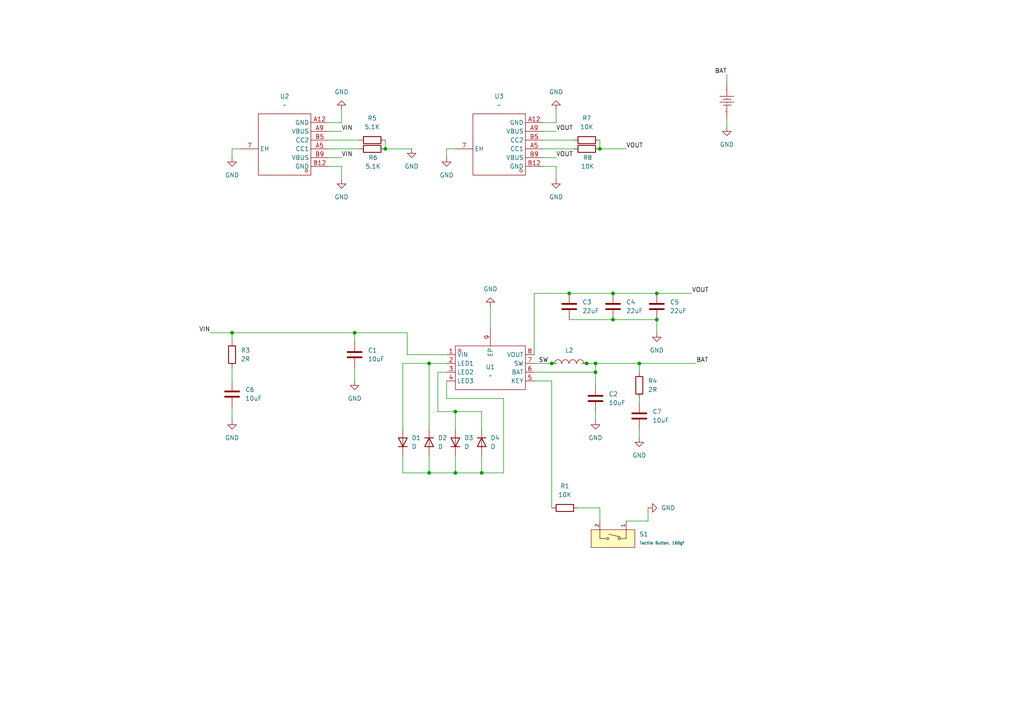
<source format=kicad_sch>
(kicad_sch (version 20250114) (generator "eeschema") (generator_version "9.0")
  (paper "A4")
  (lib_symbols
    (symbol "PCBWorkshop_2026_symbols:BH-21700-A5BJ001"
      (property "Reference" "U" (at 0 0 0))
      (symbol "BH-21700-A5BJ001_1_0"
        (polyline (pts (xy -1.27 -2.032) (xy -1.27 2.032)))
        (polyline (pts (xy -0.4064 -1.016) (xy -0.4064 1.27)))
        (polyline (pts (xy 0.4064 -2.032) (xy 0.4064 2.032)))
        (polyline (pts (xy 1.27 -1.016) (xy 1.27 1.27)))
        (pin input line (at -5.08 0 0) (length 3.81) (name "1") (number "1"))
        (pin input line (at 5.08 0 180) (length 3.81) (name "2") (number "2"))
      )
    )
    (symbol "PCBWorkshop_2026_symbols:C" (pin_numbers (hide yes)) (pin_names (offset 0.254))
      (property "Reference" "C" (at 0.635 2.54 0))
      (property "Value" "C" (at 0.635 -2.54 0))
      (symbol "C_0_1"
        (polyline (pts (xy -2.032 0.762) (xy 2.032 0.762)) (stroke (width 0.508)))
        (polyline (pts (xy -2.032 -0.762) (xy 2.032 -0.762)) (stroke (width 0.508)))
      )
      (symbol "C_1_1"
        (pin passive line (at 0 3.81 270) (length 2.794) (name "~") (number "1"))
        (pin passive line (at 0 -3.81 90) (length 2.794) (name "~") (number "2"))
      )
    )
    (symbol "PCBWorkshop_2026_symbols:D" (pin_numbers (hide yes)) (pin_names (offset 1.016) (hide yes))
      (property "Reference" "D" (at 0 2.54 0))
      (property "Value" "D" (at 0 -2.54 0))
      (symbol "D_0_1"
        (polyline (pts (xy -1.27 1.27) (xy -1.27 -1.27)) (stroke (width 0.254)))
        (polyline (pts (xy 1.27 1.27) (xy 1.27 -1.27) (xy -1.27 0) (xy 1.27 1.27)) (stroke (width 0.254)))
        (polyline (pts (xy 1.27 0) (xy -1.27 0)))
      )
      (symbol "D_1_1"
        (pin passive line (at -3.81 0 0) (length 2.54) (name "K") (number "1"))
        (pin passive line (at 3.81 0 180) (length 2.54) (name "A") (number "2"))
      )
    )
    (symbol "PCBWorkshop_2026_symbols:GND" (power) (pin_numbers (hide yes)) (pin_names (offset 0) (hide yes))
      (property "Value" "GND" (at 0 -3.81 0))
      (symbol "GND_0_1"
        (polyline (pts (xy 0 0) (xy 0 -1.27) (xy 1.27 -1.27) (xy 0 -2.54) (xy -1.27 -1.27) (xy 0 -1.27)))
      )
      (symbol "GND_1_1"
        (pin power_in line (at 0 0 270) (length 0) (name "~") (number "1"))
      )
    )
    (symbol "PCBWorkshop_2026_symbols:IP5306"
      (property "Reference" "U" (at 0 0 0))
      (symbol "IP5306_1_0"
        (rectangle (start -10.16 -10.16) (end 10.16 2.54))
        (circle (center -8.89 1.27) (radius 0.381))
        (pin unspecified line (at -12.7 0 0) (length 2.54) (name "VIN") (number "1"))
        (pin unspecified line (at -12.7 -2.54 0) (length 2.54) (name "LED1") (number "2"))
        (pin unspecified line (at -12.7 -5.08 0) (length 2.54) (name "LED2") (number "3"))
        (pin unspecified line (at -12.7 -7.62 0) (length 2.54) (name "LED3") (number "4"))
        (pin unspecified line (at 0 7.62 270) (length 5.08) (name "EP") (number "9"))
        (pin unspecified line (at 12.7 0 180) (length 2.54) (name "VOUT") (number "8"))
        (pin unspecified line (at 12.7 -2.54 180) (length 2.54) (name "SW") (number "7"))
        (pin unspecified line (at 12.7 -5.08 180) (length 2.54) (name "BAT") (number "6"))
        (pin unspecified line (at 12.7 -7.62 180) (length 2.54) (name "KEY") (number "5"))
      )
    )
    (symbol "PCBWorkshop_2026_symbols:R" (pin_numbers (hide yes)) (pin_names (offset 0))
      (property "Reference" "R" (at 2.032 0 90))
      (property "Value" "R" (at 0 0 90))
      (symbol "R_0_1"
        (rectangle (start -1.016 -2.54) (end 1.016 2.54) (stroke (width 0.254)))
      )
      (symbol "R_1_1"
        (pin passive line (at 0 3.81 270) (length 1.27) (name "~") (number "1"))
        (pin passive line (at 0 -3.81 90) (length 1.27) (name "~") (number "2"))
      )
    )
    (symbol "PCBWorkshop_2026_symbols:SMNR4020-1UH"
      (property "Reference" "L" (at 0 0 0))
      (symbol "SMNR4020-1UH_1_0"
        (polyline (pts (xy -4.2672 0) (xy -4.2164 0.4064) (xy -4.2164 0.4064) (xy -4.0132 0.762) (xy -4.0132 0.762) (xy -3.6576 1.016) (xy -3.6576 1.016) (xy -3.2512 1.0922) (xy -3.2512 1.0922) (xy -2.8702 1.016) (xy -2.8702 1.016) (xy -2.5146 0.762) (xy -2.5146 0.762) (xy -2.3114 0.4064) (xy -2.3114 0.4064) (xy -2.2606 0)))
        (polyline (pts (xy -2.1082 0) (xy -2.0828 0.4064) (xy -2.0828 0.4064) (xy -1.8542 0.762) (xy -1.8542 0.762) (xy -1.4986 1.016) (xy -1.4986 1.016) (xy -1.1176 1.0922) (xy -1.1176 1.0922) (xy -0.7112 1.016) (xy -0.7112 1.016) (xy -0.3556 0.762) (xy -0.3556 0.762) (xy -0.1524 0.4064) (xy -0.1524 0.4064) (xy -0.1016 0)))
        (polyline (pts (xy 0 0) (xy 0.0508 0.4064) (xy 0.0508 0.4064) (xy 0.2794 0.762) (xy 0.2794 0.762) (xy 0.6096 1.016) (xy 0.6096 1.016) (xy 1.016 1.0922) (xy 1.016 1.0922) (xy 1.4224 1.016) (xy 1.4224 1.016) (xy 1.7526 0.762) (xy 1.7526 0.762) (xy 1.9812 0.4064) (xy 1.9812 0.4064) (xy 2.032 0)))
        (polyline (pts (xy 2.2098 0) (xy 2.2352 0.4064) (xy 2.2352 0.4064) (xy 2.4638 0.762) (xy 2.4638 0.762) (xy 2.8194 1.016) (xy 2.8194 1.016) (xy 3.2004 1.0922) (xy 3.2004 1.0922) (xy 3.6068 1.016) (xy 3.6068 1.016) (xy 3.9624 0.762) (xy 3.9624 0.762) (xy 4.1656 0.4064) (xy 4.1656 0.4064) (xy 4.2164 0)))
        (pin input line (at -5.08 0 0) (length 0.762) (name "1") (number "1"))
        (pin input line (at 5.08 0 180) (length 0.762) (name "2") (number "2"))
      )
    )
    (symbol "PCBWorkshop_2026_symbols:Tactile Button, 160gf, 12V, 50mA, 4.0mm" (pin_names (hide yes))
      (property "Reference" "S" (at 0 1.27 0))
      (property "Value" "Tactile Button, 160gf" (at 0 -8.89 0))
      (symbol "Tactile Button, 160gf, 12V, 50mA, 4.0mm_0_1"
        (polyline (pts (xy -2.54 2.54) (xy 0 2.54)))
        (polyline (pts (xy -2.54 -5.08) (xy 0 -5.08)))
        (polyline (pts (xy -0.508 0.762) (xy -1.27 -2.54)))
        (polyline (pts (xy 0 0.762) (xy 0 2.54)))
        (circle (center 0 0.508) (radius 0.3175) (fill (type background)))
        (circle (center 0 -2.794) (radius 0.3175) (fill (type background)))
        (polyline (pts (xy 0 -3.302) (xy 0 -5.08)))
        (pin unspecified line (at -5.08 2.54 0) (length 2.54) (name "A") (number "1"))
        (pin unspecified line (at -5.08 -5.08 0) (length 2.54) (name "B") (number "2"))
      )
      (symbol "Tactile Button, 160gf, 12V, 50mA, 4.0mm_1_1"
        (rectangle (start -2.54 5.08) (end 2.54 -7.62) (fill (type background)))
      )
    )
    (symbol "PCBWorkshop_2026_symbols:USB-TYPE-C-009"
      (property "Reference" "U" (at 0 0 0))
      (symbol "USB-TYPE-C-009_1_0"
        (rectangle (start -7.62 -7.62) (end 7.62 10.16))
        (circle (center -6.35 8.89) (radius 0.381))
        (pin unspecified line (at -12.7 7.62 0) (length 5.08) (name "GND") (number "B12"))
        (pin unspecified line (at -12.7 5.08 0) (length 5.08) (name "VBUS") (number "B9"))
        (pin unspecified line (at -12.7 2.54 0) (length 5.08) (name "CC1") (number "A5"))
        (pin unspecified line (at -12.7 0 0) (length 5.08) (name "CC2") (number "B5"))
        (pin unspecified line (at -12.7 -2.54 0) (length 5.08) (name "VBUS") (number "A9"))
        (pin unspecified line (at -12.7 -5.08 0) (length 5.08) (name "GND") (number "A12"))
        (pin unspecified line (at 12.7 2.54 180) (length 5.08) (name "EH") (number "7"))
      )
    )
  )
  (junction (at 67.31 96.52))
  (junction (at 177.8 92.71))
  (junction (at 102.87 96.52))
  (junction (at 190.5 92.71))
  (junction (at 172.72 107.95))
  (junction (at 124.46 105.41))
  (junction (at 165.1 85.09))
  (junction (at 111.76 43.18))
  (junction (at 124.46 137.16))
  (junction (at 170.18 105.41))
  (junction (at 132.08 119.38))
  (junction (at 139.7 137.16))
  (junction (at 160.02 105.41))
  (junction (at 173.99 43.18))
  (junction (at 177.8 85.09))
  (junction (at 190.5 85.09))
  (junction (at 172.72 105.41))
  (junction (at 185.42 105.41))
  (junction (at 132.08 137.16))
  (wire (pts (xy 102.87 96.52) (xy 118.11 96.52)))
  (wire (pts (xy 160.02 105.41) (xy 161.29 105.41)))
  (wire (pts (xy 67.31 96.52) (xy 67.31 99.06)))
  (wire (pts (xy 99.06 35.56) (xy 95.25 35.56)))
  (wire (pts (xy 170.18 105.41) (xy 172.72 105.41)))
  (wire (pts (xy 161.29 35.56) (xy 157.48 35.56)))
  (wire (pts (xy 161.29 52.07) (xy 161.29 48.26)))
  (wire (pts (xy 95.25 45.72) (xy 99.06 45.72)))
  (wire (pts (xy 118.11 102.87) (xy 129.54 102.87)))
  (wire (pts (xy 127 119.38) (xy 132.08 119.38)))
  (wire (pts (xy 160.02 110.49) (xy 160.02 147.32)))
  (wire (pts (xy 124.46 105.41) (xy 124.46 124.46)))
  (wire (pts (xy 67.31 43.18) (xy 67.31 45.72)))
  (wire (pts (xy 181.61 151.13) (xy 187.96 151.13)))
  (wire (pts (xy 99.06 31.75) (xy 99.06 35.56)))
  (wire (pts (xy 172.72 105.41) (xy 172.72 107.95)))
  (wire (pts (xy 185.42 105.41) (xy 201.93 105.41)))
  (wire (pts (xy 190.5 92.71) (xy 190.5 96.52)))
  (wire (pts (xy 173.99 147.32) (xy 173.99 151.13)))
  (wire (pts (xy 154.94 107.95) (xy 172.72 107.95)))
  (wire (pts (xy 139.7 137.16) (xy 146.05 137.16)))
  (wire (pts (xy 210.82 34.29) (xy 210.82 36.83)))
  (wire (pts (xy 124.46 105.41) (xy 116.84 105.41)))
  (wire (pts (xy 95.25 43.18) (xy 104.14 43.18)))
  (wire (pts (xy 168.91 105.41) (xy 170.18 105.41)))
  (wire (pts (xy 95.25 38.1) (xy 99.06 38.1)))
  (wire (pts (xy 129.54 115.57) (xy 129.54 110.49)))
  (wire (pts (xy 190.5 85.09) (xy 200.66 85.09)))
  (wire (pts (xy 210.82 21.59) (xy 210.82 24.13)))
  (wire (pts (xy 129.54 107.95) (xy 127 107.95)))
  (wire (pts (xy 132.08 137.16) (xy 139.7 137.16)))
  (wire (pts (xy 187.96 151.13) (xy 187.96 147.32)))
  (wire (pts (xy 173.99 40.64) (xy 173.99 43.18)))
  (wire (pts (xy 129.54 43.18) (xy 129.54 45.72)))
  (wire (pts (xy 142.24 88.9) (xy 142.24 95.25)))
  (wire (pts (xy 95.25 40.64) (xy 104.14 40.64)))
  (wire (pts (xy 67.31 96.52) (xy 102.87 96.52)))
  (wire (pts (xy 129.54 105.41) (xy 124.46 105.41)))
  (wire (pts (xy 157.48 38.1) (xy 161.29 38.1)))
  (wire (pts (xy 157.48 43.18) (xy 166.37 43.18)))
  (wire (pts (xy 102.87 96.52) (xy 102.87 99.06)))
  (wire (pts (xy 157.48 40.64) (xy 166.37 40.64)))
  (wire (pts (xy 167.64 147.32) (xy 173.99 147.32)))
  (wire (pts (xy 157.48 45.72) (xy 161.29 45.72)))
  (wire (pts (xy 132.08 119.38) (xy 132.08 124.46)))
  (wire (pts (xy 185.42 124.46) (xy 185.42 127)))
  (wire (pts (xy 185.42 105.41) (xy 172.72 105.41)))
  (wire (pts (xy 132.08 119.38) (xy 139.7 119.38)))
  (wire (pts (xy 118.11 96.52) (xy 118.11 102.87)))
  (wire (pts (xy 129.54 43.18) (xy 132.08 43.18)))
  (wire (pts (xy 177.8 85.09) (xy 190.5 85.09)))
  (wire (pts (xy 127 107.95) (xy 127 119.38)))
  (wire (pts (xy 161.29 48.26) (xy 157.48 48.26)))
  (wire (pts (xy 185.42 115.57) (xy 185.42 116.84)))
  (wire (pts (xy 139.7 132.08) (xy 139.7 137.16)))
  (wire (pts (xy 177.8 92.71) (xy 190.5 92.71)))
  (wire (pts (xy 165.1 85.09) (xy 177.8 85.09)))
  (wire (pts (xy 60.96 96.52) (xy 67.31 96.52)))
  (wire (pts (xy 67.31 43.18) (xy 69.85 43.18)))
  (wire (pts (xy 154.94 110.49) (xy 160.02 110.49)))
  (wire (pts (xy 99.06 48.26) (xy 95.25 48.26)))
  (wire (pts (xy 172.72 107.95) (xy 172.72 111.76)))
  (wire (pts (xy 102.87 106.68) (xy 102.87 110.49)))
  (wire (pts (xy 161.29 31.75) (xy 161.29 35.56)))
  (wire (pts (xy 116.84 137.16) (xy 124.46 137.16)))
  (wire (pts (xy 124.46 137.16) (xy 132.08 137.16)))
  (wire (pts (xy 154.94 85.09) (xy 165.1 85.09)))
  (wire (pts (xy 154.94 102.87) (xy 154.94 85.09)))
  (wire (pts (xy 173.99 43.18) (xy 181.61 43.18)))
  (wire (pts (xy 146.05 115.57) (xy 129.54 115.57)))
  (wire (pts (xy 154.94 105.41) (xy 160.02 105.41)))
  (wire (pts (xy 185.42 107.95) (xy 185.42 105.41)))
  (wire (pts (xy 111.76 43.18) (xy 119.38 43.18)))
  (wire (pts (xy 111.76 40.64) (xy 111.76 43.18)))
  (wire (pts (xy 116.84 105.41) (xy 116.84 124.46)))
  (wire (pts (xy 116.84 132.08) (xy 116.84 137.16)))
  (wire (pts (xy 67.31 118.11) (xy 67.31 121.92)))
  (wire (pts (xy 139.7 119.38) (xy 139.7 124.46)))
  (wire (pts (xy 124.46 132.08) (xy 124.46 137.16)))
  (wire (pts (xy 172.72 119.38) (xy 172.72 121.92)))
  (wire (pts (xy 132.08 132.08) (xy 132.08 137.16)))
  (wire (pts (xy 146.05 137.16) (xy 146.05 115.57)))
  (wire (pts (xy 99.06 52.07) (xy 99.06 48.26)))
  (wire (pts (xy 165.1 92.71) (xy 177.8 92.71)))
  (wire (pts (xy 67.31 106.68) (xy 67.31 110.49)))
  (label "VIN" (at 60.96 96.52 180))
  (label "BAT" (at 210.82 21.59 180))
  (label "VIN" (at 99.06 38.1 0))
  (label "SW" (at 156.21 105.41 0))
  (label "BAT" (at 201.93 105.41 0))
  (label "VOUT" (at 161.29 45.72 0))
  (label "VOUT" (at 181.61 43.18 0))
  (label "VOUT" (at 161.29 38.1 0))
  (label "VOUT" (at 200.66 85.09 0))
  (label "VIN" (at 99.06 45.72 0))
  (symbol (lib_id "PCBWorkshop_2026_symbols:GND") (at 172.72 121.92 0) (unit 1)
    (property "Reference" "#PWR04" (effects (hide yes)))
    (property "Value" "GND" (at 172.72 127 0))
    (property "Description" "Power symbol creates a global label with name \"GND\" , ground" (effects (hide yes)))
  )
  (symbol (lib_id "PCBWorkshop_2026_symbols:R") (at 67.31 102.87 0) (unit 1)
    (property "Reference" "R3" (at 69.85 101.5999 0) (effects (justify left)))
    (property "Value" "2R" (at 69.85 104.1399 0) (effects (justify left)))
    (property "Footprint" "Resistor_SMD:R_0603_1608Metric" (effects (hide yes)))
    (property "Description" "Resistor" (effects (hide yes)))
  )
  (symbol (lib_id "PCBWorkshop_2026_symbols:C") (at 185.42 120.65 0) (unit 1)
    (property "Reference" "C7" (at 189.23 119.3799 0) (effects (justify left)))
    (property "Value" "10uF" (at 189.23 121.9199 0) (effects (justify left)))
    (property "Footprint" "Capacitor_SMD:C_0603_1608Metric" (effects (hide yes)))
    (property "Description" "Unpolarized capacitor" (effects (hide yes)))
  )
  (symbol (lib_id "PCBWorkshop_2026_symbols:GND") (at 161.29 31.75 180) (unit 1)
    (property "Reference" "#PWR016" (effects (hide yes)))
    (property "Value" "GND" (at 161.29 26.67 0))
    (property "Description" "Power symbol creates a global label with name \"GND\" , ground" (effects (hide yes)))
  )
  (symbol (lib_id "PCBWorkshop_2026_symbols:D") (at 124.46 128.27 270) (unit 1)
    (property "Reference" "D2" (at 127 126.9999 90) (effects (justify left)))
    (property "Value" "D" (at 127 129.5399 90) (effects (justify left)))
    (property "Footprint" "LED_SMD:LED_0603_1608Metric" (effects (hide yes)))
    (property "Description" "Diode" (effects (hide yes)))
    (property "Sim.Device" "D" (effects (hide yes)))
    (property "Sim.Pins" "1=K 2=A" (effects (hide yes)))
  )
  (symbol (lib_id "PCBWorkshop_2026_symbols:R") (at 107.95 43.18 90) (unit 1)
    (property "Reference" "R6" (at 108.204 45.72 90))
    (property "Value" "5.1K" (at 108.204 48.26 90))
    (property "Footprint" "Resistor_SMD:R_0402_1005Metric" (effects (hide yes)))
    (property "Description" "Resistor" (effects (hide yes)))
  )
  (symbol (lib_id "PCBWorkshop_2026_symbols:GND") (at 161.29 52.07 0) (unit 1)
    (property "Reference" "#PWR017" (effects (hide yes)))
    (property "Value" "GND" (at 161.29 57.15 0))
    (property "Description" "Power symbol creates a global label with name \"GND\" , ground" (effects (hide yes)))
  )
  (symbol (lib_id "PCBWorkshop_2026_symbols:C") (at 67.31 114.3 0) (unit 1)
    (property "Reference" "C6" (at 71.12 113.0299 0) (effects (justify left)))
    (property "Value" "10uF" (at 71.12 115.5699 0) (effects (justify left)))
    (property "Footprint" "Capacitor_SMD:C_0603_1608Metric" (effects (hide yes)))
    (property "Description" "Unpolarized capacitor" (effects (hide yes)))
  )
  (symbol (lib_id "PCBWorkshop_2026_symbols:BH-21700-A5BJ001") (at 210.82 29.21 270) (unit 1)
    (property "Reference" "U6" (effects (hide yes)))
    (property "Footprint" "EasyEDA_Lib:BAT-TH_BH-21700-A5BJ001" (effects (hide yes)))
    (property "Datasheet" "https://item.szlcsc.com/datasheet/BH-21700-A5BJ001/21949526.html" (effects (hide yes)))
    (property "Manufacturer Part" "BH-21700-A5BJ001" (effects (hide yes)))
    (property "Manufacturer" "MYOUNG(美阳)" (effects (hide yes)))
    (property "Supplier Part" "C20606809" (effects (hide yes)))
    (property "Supplier" "LCSC" (effects (hide yes)))
    (property "LCSC Part Name" "BH-21700-A5BJ001" (effects (hide yes)))
  )
  (symbol (lib_id "PCBWorkshop_2026_symbols:IP5306") (at 142.24 102.87 0) (unit 1)
    (property "Reference" "U1" (at 142.24 106.426 0))
    (property "Value" "~" (at 142.24 108.966 0))
    (property "Footprint" "EasyEDA_Lib:ESOP-8_L4.9-W3.9-P1.27-LS6.0-BL-EP" (effects (hide yes)))
    (property "Datasheet" "https://item.szlcsc.com/datasheet/IP5306/193089.html" (effects (hide yes)))
    (property "Description" "The Chip Type:Charging IC；Protection IC Voltage - Supply:4.65V~5.5V Voltage - Supply:4.65V~5.5V Charge Current - Max:2.1A Charging Saturation Voltage:4.2V End-Off Voltage:3V Type of Battery:Lithium Battery Number of Cells:1 Number of Cells:1 Operating Tem" (effects (hide yes)))
    (property "Manufacturer Part" "IP5306" (effects (hide yes)))
    (property "Manufacturer" "INJOINIC(英集芯)" (effects (hide yes)))
    (property "Supplier Part" "C181692" (effects (hide yes)))
    (property "Supplier" "LCSC" (effects (hide yes)))
    (property "LCSC Part Name" "集成2.1A充电器和2.1A放电器的全集成移动电源系统级芯片" (effects (hide yes)))
  )
  (symbol (lib_id "PCBWorkshop_2026_symbols:GND") (at 99.06 31.75 180) (unit 1)
    (property "Reference" "#PWR012" (effects (hide yes)))
    (property "Value" "GND" (at 99.06 26.67 0))
    (property "Description" "Power symbol creates a global label with name \"GND\" , ground" (effects (hide yes)))
  )
  (symbol (lib_id "PCBWorkshop_2026_symbols:GND") (at 67.31 121.92 0) (unit 1)
    (property "Reference" "#PWR06" (effects (hide yes)))
    (property "Value" "GND" (at 67.31 127 0))
    (property "Description" "Power symbol creates a global label with name \"GND\" , ground" (effects (hide yes)))
  )
  (symbol (lib_id "PCBWorkshop_2026_symbols:GND") (at 129.54 45.72 0) (unit 1)
    (property "Reference" "#PWR015" (effects (hide yes)))
    (property "Value" "GND" (at 129.54 50.8 0))
    (property "Description" "Power symbol creates a global label with name \"GND\" , ground" (effects (hide yes)))
  )
  (symbol (lib_id "PCBWorkshop_2026_symbols:R") (at 107.95 40.64 90) (unit 1)
    (property "Reference" "R5" (at 107.95 34.29 90))
    (property "Value" "5.1K" (at 107.95 36.83 90))
    (property "Footprint" "Resistor_SMD:R_0402_1005Metric" (effects (hide yes)))
    (property "Description" "Resistor" (effects (hide yes)))
  )
  (symbol (lib_id "PCBWorkshop_2026_symbols:GND") (at 185.42 127 0) (unit 1)
    (property "Reference" "#PWR03" (effects (hide yes)))
    (property "Value" "GND" (at 185.42 132.08 0))
    (property "Description" "Power symbol creates a global label with name \"GND\" , ground" (effects (hide yes)))
  )
  (symbol (lib_id "PCBWorkshop_2026_symbols:R") (at 163.83 147.32 90) (unit 1)
    (property "Reference" "R1" (at 163.83 140.97 90))
    (property "Value" "10K" (at 163.83 143.51 90))
    (property "Footprint" "Resistor_SMD:R_0402_1005Metric" (effects (hide yes)))
    (property "Description" "Resistor" (effects (hide yes)))
  )
  (symbol (lib_id "PCBWorkshop_2026_symbols:GND") (at 210.82 36.83 0) (unit 1)
    (property "Reference" "#PWR09" (effects (hide yes)))
    (property "Value" "GND" (at 210.82 41.91 0))
    (property "Description" "Power symbol creates a global label with name \"GND\" , ground" (effects (hide yes)))
  )
  (symbol (lib_id "PCBWorkshop_2026_symbols:GND") (at 142.24 88.9 180) (unit 1)
    (property "Reference" "#PWR01" (effects (hide yes)))
    (property "Value" "GND" (at 142.24 83.82 0))
    (property "Description" "Power symbol creates a global label with name \"GND\" , ground" (effects (hide yes)))
  )
  (symbol (lib_id "PCBWorkshop_2026_symbols:D") (at 132.08 128.27 90) (unit 1)
    (property "Reference" "D3" (at 134.62 126.9999 90) (effects (justify right)))
    (property "Value" "D" (at 134.62 129.5399 90) (effects (justify right)))
    (property "Footprint" "LED_SMD:LED_0603_1608Metric" (effects (hide yes)))
    (property "Description" "Diode" (effects (hide yes)))
    (property "Sim.Device" "D" (effects (hide yes)))
    (property "Sim.Pins" "1=K 2=A" (effects (hide yes)))
  )
  (symbol (lib_id "PCBWorkshop_2026_symbols:GND") (at 102.87 110.49 0) (unit 1)
    (property "Reference" "#PWR07" (effects (hide yes)))
    (property "Value" "GND" (at 102.87 115.57 0))
    (property "Description" "Power symbol creates a global label with name \"GND\" , ground" (effects (hide yes)))
  )
  (symbol (lib_id "PCBWorkshop_2026_symbols:C") (at 165.1 88.9 0) (unit 1)
    (property "Reference" "C3" (at 168.91 87.6299 0) (effects (justify left)))
    (property "Value" "22uF" (at 168.91 90.1699 0) (effects (justify left)))
    (property "Footprint" "Capacitor_SMD:C_1206_3216Metric" (effects (hide yes)))
    (property "Description" "Unpolarized capacitor" (effects (hide yes)))
  )
  (symbol (lib_id "PCBWorkshop_2026_symbols:C") (at 172.72 115.57 0) (unit 1)
    (property "Reference" "C2" (at 176.53 114.2999 0) (effects (justify left)))
    (property "Value" "10uF" (at 176.53 116.8399 0) (effects (justify left)))
    (property "Footprint" "Capacitor_SMD:C_0603_1608Metric" (effects (hide yes)))
    (property "Description" "Unpolarized capacitor" (effects (hide yes)))
  )
  (symbol (lib_id "PCBWorkshop_2026_symbols:USB-TYPE-C-009") (at 82.55 40.64 180) (unit 1)
    (property "Reference" "U2" (at 82.55 27.94 0))
    (property "Value" "~" (at 82.55 30.48 0))
    (property "Footprint" "EasyEDA_Lib:TYPE-C-SMD_TYPE-C-6P" (effects (hide yes)))
    (property "Datasheet" "https://item.szlcsc.com/datasheet/USB-TYPE-C-009/3252498.html" (effects (hide yes)))
    (property "Description" "Connector Type:Type-C Protocol Standard:- Gender:Female Mounting Type:Surface Mount, Right Angle Number of Contacts:6P Number of Ports:1 Current Rating-Power:5A Voltage Rating:5V Connect-Disconnect Life:10,000 cycles Length:6.8mm Operating Temperature:-25" (effects (hide yes)))
    (property "Manufacturer Part" "USB-TYPE-C-009" (effects (hide yes)))
    (property "Manufacturer" "DEALON(德艺隆)" (effects (hide yes)))
    (property "Supplier Part" "C2927029" (effects (hide yes)))
    (property "Supplier" "LCSC" (effects (hide yes)))
    (property "LCSC Part Name" "Type-C 母 卧贴" (effects (hide yes)))
  )
  (symbol (lib_id "PCBWorkshop_2026_symbols:C") (at 102.87 102.87 0) (unit 1)
    (property "Reference" "C1" (at 106.68 101.5999 0) (effects (justify left)))
    (property "Value" "10uF" (at 106.68 104.1399 0) (effects (justify left)))
    (property "Footprint" "Capacitor_SMD:C_0603_1608Metric" (effects (hide yes)))
    (property "Description" "Unpolarized capacitor" (effects (hide yes)))
  )
  (symbol (lib_id "PCBWorkshop_2026_symbols:R") (at 170.18 40.64 90) (unit 1)
    (property "Reference" "R7" (at 170.18 34.29 90))
    (property "Value" "10K" (at 170.18 36.83 90))
    (property "Footprint" "Resistor_SMD:R_0402_1005Metric" (effects (hide yes)))
    (property "Description" "Resistor" (effects (hide yes)))
  )
  (symbol (lib_id "PCBWorkshop_2026_symbols:GND") (at 67.31 45.72 0) (unit 1)
    (property "Reference" "#PWR011" (effects (hide yes)))
    (property "Value" "GND" (at 67.31 50.8 0))
    (property "Description" "Power symbol creates a global label with name \"GND\" , ground" (effects (hide yes)))
  )
  (symbol (lib_id "PCBWorkshop_2026_symbols:SMNR4020-1UH") (at 165.1 105.41 0) (unit 1)
    (property "Reference" "L2" (at 165.1 101.6 0))
    (property "Value" "1uH" (effects (hide yes)))
    (property "Footprint" "footprint:IND-SMD_L7.1-W6.5-P5.60" (effects (hide yes)))
    (property "Datasheet" "https://item.szlcsc.com/datasheet/SMNR4020-1UH/146572.html" (effects (hide yes)))
    (property "Description" "Inductance:1uH Tolerance:±20% Tolerance:±20% Current Rating:- Current - Saturation(Isat):4.78A DC Resistance(DCR):38mΩ" (effects (hide yes)))
    (property "Manufacturer Part" "SMNR4020-1UH" (effects (hide yes)))
    (property "Manufacturer" "SXN(顺翔诺)" (effects (hide yes)))
    (property "Supplier Part" "C135261" (effects (hide yes)))
    (property "Supplier" "LCSC" (effects (hide yes)))
    (property "LCSC Part Name" "1uH ±20% 4.78A" (effects (hide yes)))
  )
  (symbol (lib_id "PCBWorkshop_2026_symbols:R") (at 170.18 43.18 90) (unit 1)
    (property "Reference" "R8" (at 170.434 45.72 90))
    (property "Value" "10K" (at 170.434 48.26 90))
    (property "Footprint" "Resistor_SMD:R_0402_1005Metric" (effects (hide yes)))
    (property "Description" "Resistor" (effects (hide yes)))
  )
  (symbol (lib_id "PCBWorkshop_2026_symbols:GND") (at 119.38 43.18 0) (unit 1)
    (property "Reference" "#PWR014" (effects (hide yes)))
    (property "Value" "GND" (at 119.38 48.26 0))
    (property "Description" "Power symbol creates a global label with name \"GND\" , ground" (effects (hide yes)))
  )
  (symbol (lib_id "PCBWorkshop_2026_symbols:USB-TYPE-C-009") (at 144.78 40.64 180) (unit 1)
    (property "Reference" "U3" (at 144.78 27.94 0))
    (property "Value" "~" (at 144.78 30.48 0))
    (property "Footprint" "EasyEDA_Lib:TYPE-C-SMD_TYPE-C-6P" (effects (hide yes)))
    (property "Datasheet" "https://item.szlcsc.com/datasheet/USB-TYPE-C-009/3252498.html" (effects (hide yes)))
    (property "Description" "Connector Type:Type-C Protocol Standard:- Gender:Female Mounting Type:Surface Mount, Right Angle Number of Contacts:6P Number of Ports:1 Current Rating-Power:5A Voltage Rating:5V Connect-Disconnect Life:10,000 cycles Length:6.8mm Operating Temperature:-25" (effects (hide yes)))
    (property "Manufacturer Part" "USB-TYPE-C-009" (effects (hide yes)))
    (property "Manufacturer" "DEALON(德艺隆)" (effects (hide yes)))
    (property "Supplier Part" "C2927029" (effects (hide yes)))
    (property "Supplier" "LCSC" (effects (hide yes)))
    (property "LCSC Part Name" "Type-C 母 卧贴" (effects (hide yes)))
  )
  (symbol (lib_id "PCBWorkshop_2026_symbols:C") (at 190.5 88.9 0) (unit 1)
    (property "Reference" "C5" (at 194.31 87.6299 0) (effects (justify left)))
    (property "Value" "22uF" (at 194.31 90.1699 0) (effects (justify left)))
    (property "Footprint" "Capacitor_SMD:C_1206_3216Metric" (effects (hide yes)))
    (property "Description" "Unpolarized capacitor" (effects (hide yes)))
  )
  (symbol (lib_id "PCBWorkshop_2026_symbols:Tactile Button, 160gf, 12V, 50mA, 4.0mm") (at 179.07 156.21 270) (unit 1)
    (property "Reference" "S1" (at 185.42 154.9399 90) (effects (justify left)))
    (property "Value" "Tactile Button, 160gf" (at 185.42 157.48 90) (effects (font (size 0.8 0.8)) (justify left)))
    (property "Footprint" "PCM_JLCPCB:SW_TS-1088-AR02016" (effects (hide yes)))
    (property "Datasheet" "https://www.lcsc.com/datasheet/lcsc_datasheet_2304140030_XUNPU-TS-1088-AR02016_C720477.pdf" (effects (hide yes)))
    (property "Description" "Without 50mA 4mm 100MΩ 100000 Times 12V 160gf 3mm 2mm Round Button Standing paste SPST SMD Tactile Switches ROHS" (effects (hide yes)))
    (property "LCSC" "C720477" (effects (hide yes)))
    (property "Stock" "346801" (effects (hide yes)))
    (property "Price" "0.044USD" (effects (hide yes)))
    (property "Process" "SMT" (effects (hide yes)))
    (property "Minimum Qty" "5" (effects (hide yes)))
    (property "Attrition Qty" "4" (effects (hide yes)))
    (property "Class" "Basic Component" (effects (hide yes)))
    (property "Category" "Switches,Tactile Switches" (effects (hide yes)))
    (property "Manufacturer" "XUNPU" (effects (hide yes)))
    (property "Part" "TS-1088-AR02016" (effects (hide yes)))
    (property "Switch Length" "4mm" (effects (hide yes)))
    (property "Voltage Rating (Dc)" "12V" (effects (hide yes)))
    (property "With Lamp" "No" (effects (hide yes)))
    (property "Operating Force" "160gf@±50gf" (effects (hide yes)))
    (property "Actuator/Cap Color" "Black" (effects (hide yes)))
    (property "Mechanical Life" "100000 Times" (effects (hide yes)))
    (property "Strike Gundam" "NO" (effects (hide yes)))
    (property "Circuit" "SPST" (effects (hide yes)))
    (property "Switch Height" "2mm" (effects (hide yes)))
    (property "Actuator Style" "Round Button" (effects (hide yes)))
    (property "Switch Width" "3mm" (effects (hide yes)))
    (property "Contact Current" "50mA" (effects (hide yes)))
    (property "Operating Temperature" "-30°C~+80°C" (effects (hide yes)))
    (property "Mounting Style" "Brick nogging" (effects (hide yes)))
    (property "Insulation Resistance" "100MΩ" (effects (hide yes)))
    (property "Pin Style" "SMDSplicing" (effects (hide yes)))
  )
  (symbol (lib_id "PCBWorkshop_2026_symbols:GND") (at 187.96 147.32 90) (unit 1)
    (property "Reference" "#PWR05" (effects (hide yes)))
    (property "Value" "GND" (at 191.77 147.3199 90) (effects (justify right)))
    (property "Description" "Power symbol creates a global label with name \"GND\" , ground" (effects (hide yes)))
  )
  (symbol (lib_id "PCBWorkshop_2026_symbols:GND") (at 190.5 96.52 0) (unit 1)
    (property "Reference" "#PWR02" (effects (hide yes)))
    (property "Value" "GND" (at 190.5 101.6 0))
    (property "Description" "Power symbol creates a global label with name \"GND\" , ground" (effects (hide yes)))
  )
  (symbol (lib_id "PCBWorkshop_2026_symbols:D") (at 139.7 128.27 270) (unit 1)
    (property "Reference" "D4" (at 142.24 126.9999 90) (effects (justify left)))
    (property "Value" "D" (at 142.24 129.5399 90) (effects (justify left)))
    (property "Footprint" "LED_SMD:LED_0603_1608Metric" (effects (hide yes)))
    (property "Description" "Diode" (effects (hide yes)))
    (property "Sim.Device" "D" (effects (hide yes)))
    (property "Sim.Pins" "1=K 2=A" (effects (hide yes)))
  )
  (symbol (lib_id "PCBWorkshop_2026_symbols:R") (at 185.42 111.76 0) (unit 1)
    (property "Reference" "R4" (at 187.96 110.4899 0) (effects (justify left)))
    (property "Value" "2R" (at 187.96 113.0299 0) (effects (justify left)))
    (property "Footprint" "Resistor_SMD:R_0603_1608Metric" (effects (hide yes)))
    (property "Description" "Resistor" (effects (hide yes)))
  )
  (symbol (lib_id "PCBWorkshop_2026_symbols:GND") (at 99.06 52.07 0) (unit 1)
    (property "Reference" "#PWR013" (effects (hide yes)))
    (property "Value" "GND" (at 99.06 57.15 0))
    (property "Description" "Power symbol creates a global label with name \"GND\" , ground" (effects (hide yes)))
  )
  (symbol (lib_id "PCBWorkshop_2026_symbols:C") (at 177.8 88.9 0) (unit 1)
    (property "Reference" "C4" (at 181.61 87.6299 0) (effects (justify left)))
    (property "Value" "22uF" (at 181.61 90.1699 0) (effects (justify left)))
    (property "Footprint" "Capacitor_SMD:C_1206_3216Metric" (effects (hide yes)))
    (property "Description" "Unpolarized capacitor" (effects (hide yes)))
  )
  (symbol (lib_id "PCBWorkshop_2026_symbols:D") (at 116.84 128.27 90) (unit 1)
    (property "Reference" "D1" (at 119.38 126.9999 90) (effects (justify right)))
    (property "Value" "D" (at 119.38 129.5399 90) (effects (justify right)))
    (property "Footprint" "LED_SMD:LED_0603_1608Metric" (effects (hide yes)))
    (property "Description" "Diode" (effects (hide yes)))
    (property "Sim.Device" "D" (effects (hide yes)))
    (property "Sim.Pins" "1=K 2=A" (effects (hide yes)))
  )
)
</source>
